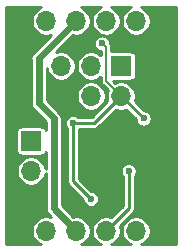
<source format=gbl>
%TF.GenerationSoftware,KiCad,Pcbnew,(5.1.5)-3*%
%TF.CreationDate,2020-03-25T18:08:17+08:00*%
%TF.ProjectId,RH2288_PWM,52483232-3838-45f5-9057-4d2e6b696361,rev?*%
%TF.SameCoordinates,Original*%
%TF.FileFunction,Copper,L2,Bot*%
%TF.FilePolarity,Positive*%
%FSLAX46Y46*%
G04 Gerber Fmt 4.6, Leading zero omitted, Abs format (unit mm)*
G04 Created by KiCad (PCBNEW (5.1.5)-3) date 2020-03-25 18:08:18*
%MOMM*%
%LPD*%
G04 APERTURE LIST*
%ADD10O,1.700000X1.700000*%
%ADD11R,1.700000X1.700000*%
%ADD12C,0.600000*%
%ADD13C,0.127000*%
%ADD14C,0.250000*%
%ADD15C,0.600000*%
%ADD16C,0.254000*%
G04 APERTURE END LIST*
D10*
X147320000Y-102870000D03*
D11*
X147320000Y-100330000D03*
D10*
X158750000Y-107950000D03*
X156210000Y-107950000D03*
X153670000Y-107950000D03*
X151130000Y-107950000D03*
X148590000Y-107950000D03*
D11*
X146050000Y-107950000D03*
D10*
X158750000Y-90170000D03*
X156210000Y-90170000D03*
X153670000Y-90170000D03*
X151130000Y-90170000D03*
X148590000Y-90170000D03*
D11*
X146050000Y-90170000D03*
D10*
X149860000Y-96520000D03*
X149860000Y-93980000D03*
X152400000Y-96520000D03*
X152400000Y-93980000D03*
X154940000Y-96520000D03*
D11*
X154940000Y-93980000D03*
D12*
X152400000Y-105253694D03*
X153340000Y-92075000D03*
X156845000Y-98425000D03*
X150876000Y-98806000D03*
X155575000Y-102870000D03*
D13*
X154940000Y-96520000D02*
X153670000Y-95250000D01*
X153670000Y-92405000D02*
X153340000Y-92075000D01*
X153670000Y-95250000D02*
X153670000Y-92405000D01*
D14*
X156845000Y-98425000D02*
X154940000Y-96520000D01*
X150876000Y-98806000D02*
X150876000Y-103729694D01*
X150876000Y-103729694D02*
X152400000Y-105253694D01*
X150876000Y-98806000D02*
X152654000Y-98806000D01*
X152654000Y-98806000D02*
X154940000Y-96520000D01*
D15*
X149225000Y-106045000D02*
X149225000Y-98425000D01*
X151130000Y-107950000D02*
X149225000Y-106045000D01*
X149225000Y-98425000D02*
X147955000Y-97155000D01*
X147955000Y-97155000D02*
X147955000Y-93345000D01*
X151130000Y-90170000D02*
X147955000Y-93345000D01*
D14*
X155575000Y-106045000D02*
X155575000Y-102870000D01*
X153670000Y-107950000D02*
X155575000Y-106045000D01*
D16*
G36*
X148006903Y-89079102D02*
G01*
X147805283Y-89213820D01*
X147633820Y-89385283D01*
X147499102Y-89586903D01*
X147406307Y-89810931D01*
X147359000Y-90048757D01*
X147359000Y-90291243D01*
X147406307Y-90529069D01*
X147499102Y-90753097D01*
X147633820Y-90954717D01*
X147805283Y-91126180D01*
X148006903Y-91260898D01*
X148230931Y-91353693D01*
X148468757Y-91401000D01*
X148711243Y-91401000D01*
X148949069Y-91353693D01*
X149007383Y-91329539D01*
X147497122Y-92839800D01*
X147471131Y-92861130D01*
X147386031Y-92964826D01*
X147376054Y-92983492D01*
X147322795Y-93083132D01*
X147283854Y-93211502D01*
X147270705Y-93345000D01*
X147274001Y-93378463D01*
X147274000Y-97121547D01*
X147270705Y-97155000D01*
X147274000Y-97188452D01*
X147283854Y-97288498D01*
X147322794Y-97416867D01*
X147386030Y-97535173D01*
X147471130Y-97638869D01*
X147497122Y-97660200D01*
X148544001Y-98707081D01*
X148544001Y-99400412D01*
X148523701Y-99333492D01*
X148488322Y-99267304D01*
X148440711Y-99209289D01*
X148382696Y-99161678D01*
X148316508Y-99126299D01*
X148244689Y-99104513D01*
X148170000Y-99097157D01*
X146470000Y-99097157D01*
X146395311Y-99104513D01*
X146323492Y-99126299D01*
X146257304Y-99161678D01*
X146199289Y-99209289D01*
X146151678Y-99267304D01*
X146116299Y-99333492D01*
X146094513Y-99405311D01*
X146087157Y-99480000D01*
X146087157Y-101180000D01*
X146094513Y-101254689D01*
X146116299Y-101326508D01*
X146151678Y-101392696D01*
X146199289Y-101450711D01*
X146257304Y-101498322D01*
X146323492Y-101533701D01*
X146395311Y-101555487D01*
X146470000Y-101562843D01*
X148170000Y-101562843D01*
X148244689Y-101555487D01*
X148316508Y-101533701D01*
X148382696Y-101498322D01*
X148440711Y-101450711D01*
X148488322Y-101392696D01*
X148523701Y-101326508D01*
X148544001Y-101259589D01*
X148544000Y-102713568D01*
X148503693Y-102510931D01*
X148410898Y-102286903D01*
X148276180Y-102085283D01*
X148104717Y-101913820D01*
X147903097Y-101779102D01*
X147679069Y-101686307D01*
X147441243Y-101639000D01*
X147198757Y-101639000D01*
X146960931Y-101686307D01*
X146736903Y-101779102D01*
X146535283Y-101913820D01*
X146363820Y-102085283D01*
X146229102Y-102286903D01*
X146136307Y-102510931D01*
X146089000Y-102748757D01*
X146089000Y-102991243D01*
X146136307Y-103229069D01*
X146229102Y-103453097D01*
X146363820Y-103654717D01*
X146535283Y-103826180D01*
X146736903Y-103960898D01*
X146960931Y-104053693D01*
X147198757Y-104101000D01*
X147441243Y-104101000D01*
X147679069Y-104053693D01*
X147903097Y-103960898D01*
X148104717Y-103826180D01*
X148276180Y-103654717D01*
X148410898Y-103453097D01*
X148503693Y-103229069D01*
X148544000Y-103026432D01*
X148544000Y-106011547D01*
X148540705Y-106045000D01*
X148544000Y-106078452D01*
X148553854Y-106178498D01*
X148592794Y-106306867D01*
X148656030Y-106425173D01*
X148741130Y-106528869D01*
X148767122Y-106550200D01*
X149007383Y-106790461D01*
X148949069Y-106766307D01*
X148711243Y-106719000D01*
X148468757Y-106719000D01*
X148230931Y-106766307D01*
X148006903Y-106859102D01*
X147805283Y-106993820D01*
X147633820Y-107165283D01*
X147499102Y-107366903D01*
X147406307Y-107590931D01*
X147359000Y-107828757D01*
X147359000Y-108071243D01*
X147406307Y-108309069D01*
X147499102Y-108533097D01*
X147633820Y-108734717D01*
X147805283Y-108906180D01*
X148006903Y-109040898D01*
X148132689Y-109093000D01*
X145227169Y-109093000D01*
X145186000Y-109051831D01*
X145186000Y-89027000D01*
X148132689Y-89027000D01*
X148006903Y-89079102D01*
G37*
X148006903Y-89079102D02*
X147805283Y-89213820D01*
X147633820Y-89385283D01*
X147499102Y-89586903D01*
X147406307Y-89810931D01*
X147359000Y-90048757D01*
X147359000Y-90291243D01*
X147406307Y-90529069D01*
X147499102Y-90753097D01*
X147633820Y-90954717D01*
X147805283Y-91126180D01*
X148006903Y-91260898D01*
X148230931Y-91353693D01*
X148468757Y-91401000D01*
X148711243Y-91401000D01*
X148949069Y-91353693D01*
X149007383Y-91329539D01*
X147497122Y-92839800D01*
X147471131Y-92861130D01*
X147386031Y-92964826D01*
X147376054Y-92983492D01*
X147322795Y-93083132D01*
X147283854Y-93211502D01*
X147270705Y-93345000D01*
X147274001Y-93378463D01*
X147274000Y-97121547D01*
X147270705Y-97155000D01*
X147274000Y-97188452D01*
X147283854Y-97288498D01*
X147322794Y-97416867D01*
X147386030Y-97535173D01*
X147471130Y-97638869D01*
X147497122Y-97660200D01*
X148544001Y-98707081D01*
X148544001Y-99400412D01*
X148523701Y-99333492D01*
X148488322Y-99267304D01*
X148440711Y-99209289D01*
X148382696Y-99161678D01*
X148316508Y-99126299D01*
X148244689Y-99104513D01*
X148170000Y-99097157D01*
X146470000Y-99097157D01*
X146395311Y-99104513D01*
X146323492Y-99126299D01*
X146257304Y-99161678D01*
X146199289Y-99209289D01*
X146151678Y-99267304D01*
X146116299Y-99333492D01*
X146094513Y-99405311D01*
X146087157Y-99480000D01*
X146087157Y-101180000D01*
X146094513Y-101254689D01*
X146116299Y-101326508D01*
X146151678Y-101392696D01*
X146199289Y-101450711D01*
X146257304Y-101498322D01*
X146323492Y-101533701D01*
X146395311Y-101555487D01*
X146470000Y-101562843D01*
X148170000Y-101562843D01*
X148244689Y-101555487D01*
X148316508Y-101533701D01*
X148382696Y-101498322D01*
X148440711Y-101450711D01*
X148488322Y-101392696D01*
X148523701Y-101326508D01*
X148544001Y-101259589D01*
X148544000Y-102713568D01*
X148503693Y-102510931D01*
X148410898Y-102286903D01*
X148276180Y-102085283D01*
X148104717Y-101913820D01*
X147903097Y-101779102D01*
X147679069Y-101686307D01*
X147441243Y-101639000D01*
X147198757Y-101639000D01*
X146960931Y-101686307D01*
X146736903Y-101779102D01*
X146535283Y-101913820D01*
X146363820Y-102085283D01*
X146229102Y-102286903D01*
X146136307Y-102510931D01*
X146089000Y-102748757D01*
X146089000Y-102991243D01*
X146136307Y-103229069D01*
X146229102Y-103453097D01*
X146363820Y-103654717D01*
X146535283Y-103826180D01*
X146736903Y-103960898D01*
X146960931Y-104053693D01*
X147198757Y-104101000D01*
X147441243Y-104101000D01*
X147679069Y-104053693D01*
X147903097Y-103960898D01*
X148104717Y-103826180D01*
X148276180Y-103654717D01*
X148410898Y-103453097D01*
X148503693Y-103229069D01*
X148544000Y-103026432D01*
X148544000Y-106011547D01*
X148540705Y-106045000D01*
X148544000Y-106078452D01*
X148553854Y-106178498D01*
X148592794Y-106306867D01*
X148656030Y-106425173D01*
X148741130Y-106528869D01*
X148767122Y-106550200D01*
X149007383Y-106790461D01*
X148949069Y-106766307D01*
X148711243Y-106719000D01*
X148468757Y-106719000D01*
X148230931Y-106766307D01*
X148006903Y-106859102D01*
X147805283Y-106993820D01*
X147633820Y-107165283D01*
X147499102Y-107366903D01*
X147406307Y-107590931D01*
X147359000Y-107828757D01*
X147359000Y-108071243D01*
X147406307Y-108309069D01*
X147499102Y-108533097D01*
X147633820Y-108734717D01*
X147805283Y-108906180D01*
X148006903Y-109040898D01*
X148132689Y-109093000D01*
X145227169Y-109093000D01*
X145186000Y-109051831D01*
X145186000Y-89027000D01*
X148132689Y-89027000D01*
X148006903Y-89079102D01*
G36*
X153086903Y-89079102D02*
G01*
X152885283Y-89213820D01*
X152713820Y-89385283D01*
X152579102Y-89586903D01*
X152486307Y-89810931D01*
X152439000Y-90048757D01*
X152439000Y-90291243D01*
X152486307Y-90529069D01*
X152579102Y-90753097D01*
X152713820Y-90954717D01*
X152885283Y-91126180D01*
X153086903Y-91260898D01*
X153310931Y-91353693D01*
X153548757Y-91401000D01*
X153791243Y-91401000D01*
X154029069Y-91353693D01*
X154253097Y-91260898D01*
X154454717Y-91126180D01*
X154626180Y-90954717D01*
X154760898Y-90753097D01*
X154853693Y-90529069D01*
X154901000Y-90291243D01*
X154901000Y-90048757D01*
X154853693Y-89810931D01*
X154760898Y-89586903D01*
X154626180Y-89385283D01*
X154454717Y-89213820D01*
X154253097Y-89079102D01*
X154127311Y-89027000D01*
X155752689Y-89027000D01*
X155626903Y-89079102D01*
X155425283Y-89213820D01*
X155253820Y-89385283D01*
X155119102Y-89586903D01*
X155026307Y-89810931D01*
X154979000Y-90048757D01*
X154979000Y-90291243D01*
X155026307Y-90529069D01*
X155119102Y-90753097D01*
X155253820Y-90954717D01*
X155425283Y-91126180D01*
X155626903Y-91260898D01*
X155850931Y-91353693D01*
X156088757Y-91401000D01*
X156331243Y-91401000D01*
X156569069Y-91353693D01*
X156793097Y-91260898D01*
X156994717Y-91126180D01*
X157166180Y-90954717D01*
X157300898Y-90753097D01*
X157393693Y-90529069D01*
X157441000Y-90291243D01*
X157441000Y-90048757D01*
X157393693Y-89810931D01*
X157300898Y-89586903D01*
X157166180Y-89385283D01*
X156994717Y-89213820D01*
X156793097Y-89079102D01*
X156667311Y-89027000D01*
X159614000Y-89027000D01*
X159614001Y-109051828D01*
X159572829Y-109093000D01*
X156667311Y-109093000D01*
X156793097Y-109040898D01*
X156994717Y-108906180D01*
X157166180Y-108734717D01*
X157300898Y-108533097D01*
X157393693Y-108309069D01*
X157441000Y-108071243D01*
X157441000Y-107828757D01*
X157393693Y-107590931D01*
X157300898Y-107366903D01*
X157166180Y-107165283D01*
X156994717Y-106993820D01*
X156793097Y-106859102D01*
X156569069Y-106766307D01*
X156331243Y-106719000D01*
X156088757Y-106719000D01*
X155850931Y-106766307D01*
X155626903Y-106859102D01*
X155425283Y-106993820D01*
X155253820Y-107165283D01*
X155119102Y-107366903D01*
X155026307Y-107590931D01*
X154979000Y-107828757D01*
X154979000Y-108071243D01*
X155026307Y-108309069D01*
X155119102Y-108533097D01*
X155253820Y-108734717D01*
X155425283Y-108906180D01*
X155626903Y-109040898D01*
X155752689Y-109093000D01*
X154127311Y-109093000D01*
X154253097Y-109040898D01*
X154454717Y-108906180D01*
X154626180Y-108734717D01*
X154760898Y-108533097D01*
X154853693Y-108309069D01*
X154901000Y-108071243D01*
X154901000Y-107828757D01*
X154853693Y-107590931D01*
X154821758Y-107513833D01*
X155915220Y-106420372D01*
X155934527Y-106404527D01*
X155997759Y-106327479D01*
X156044745Y-106239575D01*
X156073678Y-106144193D01*
X156081000Y-106069854D01*
X156081000Y-106069853D01*
X156083448Y-106045000D01*
X156081000Y-106020146D01*
X156081000Y-103327079D01*
X156103967Y-103304112D01*
X156178494Y-103192574D01*
X156229829Y-103068640D01*
X156256000Y-102937073D01*
X156256000Y-102802927D01*
X156229829Y-102671360D01*
X156178494Y-102547426D01*
X156103967Y-102435888D01*
X156009112Y-102341033D01*
X155897574Y-102266506D01*
X155773640Y-102215171D01*
X155642073Y-102189000D01*
X155507927Y-102189000D01*
X155376360Y-102215171D01*
X155252426Y-102266506D01*
X155140888Y-102341033D01*
X155046033Y-102435888D01*
X154971506Y-102547426D01*
X154920171Y-102671360D01*
X154894000Y-102802927D01*
X154894000Y-102937073D01*
X154920171Y-103068640D01*
X154971506Y-103192574D01*
X155046033Y-103304112D01*
X155069001Y-103327080D01*
X155069000Y-105835408D01*
X154106167Y-106798242D01*
X154029069Y-106766307D01*
X153791243Y-106719000D01*
X153548757Y-106719000D01*
X153310931Y-106766307D01*
X153086903Y-106859102D01*
X152885283Y-106993820D01*
X152713820Y-107165283D01*
X152579102Y-107366903D01*
X152486307Y-107590931D01*
X152439000Y-107828757D01*
X152439000Y-108071243D01*
X152486307Y-108309069D01*
X152579102Y-108533097D01*
X152713820Y-108734717D01*
X152885283Y-108906180D01*
X153086903Y-109040898D01*
X153212689Y-109093000D01*
X151587311Y-109093000D01*
X151713097Y-109040898D01*
X151914717Y-108906180D01*
X152086180Y-108734717D01*
X152220898Y-108533097D01*
X152313693Y-108309069D01*
X152361000Y-108071243D01*
X152361000Y-107828757D01*
X152313693Y-107590931D01*
X152220898Y-107366903D01*
X152086180Y-107165283D01*
X151914717Y-106993820D01*
X151713097Y-106859102D01*
X151489069Y-106766307D01*
X151251243Y-106719000D01*
X151008757Y-106719000D01*
X150886414Y-106743336D01*
X149906000Y-105762922D01*
X149906000Y-98738927D01*
X150195000Y-98738927D01*
X150195000Y-98873073D01*
X150221171Y-99004640D01*
X150272506Y-99128574D01*
X150347033Y-99240112D01*
X150370000Y-99263079D01*
X150370001Y-103704838D01*
X150367553Y-103729694D01*
X150377322Y-103828886D01*
X150406255Y-103924268D01*
X150406256Y-103924269D01*
X150453242Y-104012173D01*
X150516474Y-104089221D01*
X150535780Y-104105066D01*
X151719000Y-105288286D01*
X151719000Y-105320767D01*
X151745171Y-105452334D01*
X151796506Y-105576268D01*
X151871033Y-105687806D01*
X151965888Y-105782661D01*
X152077426Y-105857188D01*
X152201360Y-105908523D01*
X152332927Y-105934694D01*
X152467073Y-105934694D01*
X152598640Y-105908523D01*
X152722574Y-105857188D01*
X152834112Y-105782661D01*
X152928967Y-105687806D01*
X153003494Y-105576268D01*
X153054829Y-105452334D01*
X153081000Y-105320767D01*
X153081000Y-105186621D01*
X153054829Y-105055054D01*
X153003494Y-104931120D01*
X152928967Y-104819582D01*
X152834112Y-104724727D01*
X152722574Y-104650200D01*
X152598640Y-104598865D01*
X152467073Y-104572694D01*
X152434592Y-104572694D01*
X151382000Y-103520103D01*
X151382000Y-99312000D01*
X152629154Y-99312000D01*
X152654000Y-99314447D01*
X152678846Y-99312000D01*
X152678854Y-99312000D01*
X152753193Y-99304678D01*
X152848575Y-99275745D01*
X152936479Y-99228759D01*
X153013527Y-99165527D01*
X153029376Y-99146215D01*
X154503833Y-97671758D01*
X154580931Y-97703693D01*
X154818757Y-97751000D01*
X155061243Y-97751000D01*
X155299069Y-97703693D01*
X155376167Y-97671758D01*
X156164000Y-98459592D01*
X156164000Y-98492073D01*
X156190171Y-98623640D01*
X156241506Y-98747574D01*
X156316033Y-98859112D01*
X156410888Y-98953967D01*
X156522426Y-99028494D01*
X156646360Y-99079829D01*
X156777927Y-99106000D01*
X156912073Y-99106000D01*
X157043640Y-99079829D01*
X157167574Y-99028494D01*
X157279112Y-98953967D01*
X157373967Y-98859112D01*
X157448494Y-98747574D01*
X157499829Y-98623640D01*
X157526000Y-98492073D01*
X157526000Y-98357927D01*
X157499829Y-98226360D01*
X157448494Y-98102426D01*
X157373967Y-97990888D01*
X157279112Y-97896033D01*
X157167574Y-97821506D01*
X157043640Y-97770171D01*
X156912073Y-97744000D01*
X156879592Y-97744000D01*
X156091758Y-96956167D01*
X156123693Y-96879069D01*
X156171000Y-96641243D01*
X156171000Y-96398757D01*
X156123693Y-96160931D01*
X156030898Y-95936903D01*
X155896180Y-95735283D01*
X155724717Y-95563820D01*
X155523097Y-95429102D01*
X155299069Y-95336307D01*
X155061243Y-95289000D01*
X154818757Y-95289000D01*
X154580931Y-95336307D01*
X154442333Y-95393716D01*
X154261460Y-95212843D01*
X155790000Y-95212843D01*
X155864689Y-95205487D01*
X155936508Y-95183701D01*
X156002696Y-95148322D01*
X156060711Y-95100711D01*
X156108322Y-95042696D01*
X156143701Y-94976508D01*
X156165487Y-94904689D01*
X156172843Y-94830000D01*
X156172843Y-93130000D01*
X156165487Y-93055311D01*
X156143701Y-92983492D01*
X156108322Y-92917304D01*
X156060711Y-92859289D01*
X156002696Y-92811678D01*
X155936508Y-92776299D01*
X155864689Y-92754513D01*
X155790000Y-92747157D01*
X154114500Y-92747157D01*
X154114500Y-92426819D01*
X154116649Y-92404999D01*
X154114500Y-92383179D01*
X154114500Y-92383170D01*
X154108068Y-92317863D01*
X154082651Y-92234074D01*
X154041376Y-92156855D01*
X154041375Y-92156853D01*
X154021000Y-92132026D01*
X154021000Y-92007927D01*
X153994829Y-91876360D01*
X153943494Y-91752426D01*
X153868967Y-91640888D01*
X153774112Y-91546033D01*
X153662574Y-91471506D01*
X153538640Y-91420171D01*
X153407073Y-91394000D01*
X153272927Y-91394000D01*
X153141360Y-91420171D01*
X153017426Y-91471506D01*
X152905888Y-91546033D01*
X152811033Y-91640888D01*
X152736506Y-91752426D01*
X152685171Y-91876360D01*
X152659000Y-92007927D01*
X152659000Y-92142073D01*
X152685171Y-92273640D01*
X152736506Y-92397574D01*
X152811033Y-92509112D01*
X152905888Y-92603967D01*
X153017426Y-92678494D01*
X153141360Y-92729829D01*
X153225501Y-92746566D01*
X153225501Y-93064604D01*
X153184717Y-93023820D01*
X152983097Y-92889102D01*
X152759069Y-92796307D01*
X152521243Y-92749000D01*
X152278757Y-92749000D01*
X152040931Y-92796307D01*
X151816903Y-92889102D01*
X151615283Y-93023820D01*
X151443820Y-93195283D01*
X151309102Y-93396903D01*
X151216307Y-93620931D01*
X151169000Y-93858757D01*
X151169000Y-94101243D01*
X151216307Y-94339069D01*
X151309102Y-94563097D01*
X151443820Y-94764717D01*
X151615283Y-94936180D01*
X151816903Y-95070898D01*
X152040931Y-95163693D01*
X152278757Y-95211000D01*
X152521243Y-95211000D01*
X152759069Y-95163693D01*
X152983097Y-95070898D01*
X153184717Y-94936180D01*
X153225500Y-94895397D01*
X153225500Y-95228180D01*
X153223351Y-95250000D01*
X153225500Y-95271820D01*
X153225500Y-95271829D01*
X153231932Y-95337136D01*
X153257349Y-95420925D01*
X153298624Y-95498145D01*
X153336185Y-95543913D01*
X153354171Y-95565829D01*
X153371130Y-95579747D01*
X153813716Y-96022333D01*
X153756307Y-96160931D01*
X153709000Y-96398757D01*
X153709000Y-96641243D01*
X153756307Y-96879069D01*
X153788242Y-96956167D01*
X152444409Y-98300000D01*
X151333079Y-98300000D01*
X151310112Y-98277033D01*
X151198574Y-98202506D01*
X151074640Y-98151171D01*
X150943073Y-98125000D01*
X150808927Y-98125000D01*
X150677360Y-98151171D01*
X150553426Y-98202506D01*
X150441888Y-98277033D01*
X150347033Y-98371888D01*
X150272506Y-98483426D01*
X150221171Y-98607360D01*
X150195000Y-98738927D01*
X149906000Y-98738927D01*
X149906000Y-98458452D01*
X149909295Y-98424999D01*
X149896146Y-98291500D01*
X149876386Y-98226360D01*
X149857206Y-98163132D01*
X149793970Y-98044826D01*
X149708870Y-97941130D01*
X149682884Y-97919804D01*
X148636000Y-96872922D01*
X148636000Y-96398757D01*
X151169000Y-96398757D01*
X151169000Y-96641243D01*
X151216307Y-96879069D01*
X151309102Y-97103097D01*
X151443820Y-97304717D01*
X151615283Y-97476180D01*
X151816903Y-97610898D01*
X152040931Y-97703693D01*
X152278757Y-97751000D01*
X152521243Y-97751000D01*
X152759069Y-97703693D01*
X152983097Y-97610898D01*
X153184717Y-97476180D01*
X153356180Y-97304717D01*
X153490898Y-97103097D01*
X153583693Y-96879069D01*
X153631000Y-96641243D01*
X153631000Y-96398757D01*
X153583693Y-96160931D01*
X153490898Y-95936903D01*
X153356180Y-95735283D01*
X153184717Y-95563820D01*
X152983097Y-95429102D01*
X152759069Y-95336307D01*
X152521243Y-95289000D01*
X152278757Y-95289000D01*
X152040931Y-95336307D01*
X151816903Y-95429102D01*
X151615283Y-95563820D01*
X151443820Y-95735283D01*
X151309102Y-95936903D01*
X151216307Y-96160931D01*
X151169000Y-96398757D01*
X148636000Y-96398757D01*
X148636000Y-94136434D01*
X148676307Y-94339069D01*
X148769102Y-94563097D01*
X148903820Y-94764717D01*
X149075283Y-94936180D01*
X149276903Y-95070898D01*
X149500931Y-95163693D01*
X149738757Y-95211000D01*
X149981243Y-95211000D01*
X150219069Y-95163693D01*
X150443097Y-95070898D01*
X150644717Y-94936180D01*
X150816180Y-94764717D01*
X150950898Y-94563097D01*
X151043693Y-94339069D01*
X151091000Y-94101243D01*
X151091000Y-93858757D01*
X151043693Y-93620931D01*
X150950898Y-93396903D01*
X150816180Y-93195283D01*
X150644717Y-93023820D01*
X150443097Y-92889102D01*
X150219069Y-92796307D01*
X149981243Y-92749000D01*
X149738757Y-92749000D01*
X149500931Y-92796307D01*
X149442617Y-92820461D01*
X150886414Y-91376664D01*
X151008757Y-91401000D01*
X151251243Y-91401000D01*
X151489069Y-91353693D01*
X151713097Y-91260898D01*
X151914717Y-91126180D01*
X152086180Y-90954717D01*
X152220898Y-90753097D01*
X152313693Y-90529069D01*
X152361000Y-90291243D01*
X152361000Y-90048757D01*
X152313693Y-89810931D01*
X152220898Y-89586903D01*
X152086180Y-89385283D01*
X151914717Y-89213820D01*
X151713097Y-89079102D01*
X151587311Y-89027000D01*
X153212689Y-89027000D01*
X153086903Y-89079102D01*
G37*
X153086903Y-89079102D02*
X152885283Y-89213820D01*
X152713820Y-89385283D01*
X152579102Y-89586903D01*
X152486307Y-89810931D01*
X152439000Y-90048757D01*
X152439000Y-90291243D01*
X152486307Y-90529069D01*
X152579102Y-90753097D01*
X152713820Y-90954717D01*
X152885283Y-91126180D01*
X153086903Y-91260898D01*
X153310931Y-91353693D01*
X153548757Y-91401000D01*
X153791243Y-91401000D01*
X154029069Y-91353693D01*
X154253097Y-91260898D01*
X154454717Y-91126180D01*
X154626180Y-90954717D01*
X154760898Y-90753097D01*
X154853693Y-90529069D01*
X154901000Y-90291243D01*
X154901000Y-90048757D01*
X154853693Y-89810931D01*
X154760898Y-89586903D01*
X154626180Y-89385283D01*
X154454717Y-89213820D01*
X154253097Y-89079102D01*
X154127311Y-89027000D01*
X155752689Y-89027000D01*
X155626903Y-89079102D01*
X155425283Y-89213820D01*
X155253820Y-89385283D01*
X155119102Y-89586903D01*
X155026307Y-89810931D01*
X154979000Y-90048757D01*
X154979000Y-90291243D01*
X155026307Y-90529069D01*
X155119102Y-90753097D01*
X155253820Y-90954717D01*
X155425283Y-91126180D01*
X155626903Y-91260898D01*
X155850931Y-91353693D01*
X156088757Y-91401000D01*
X156331243Y-91401000D01*
X156569069Y-91353693D01*
X156793097Y-91260898D01*
X156994717Y-91126180D01*
X157166180Y-90954717D01*
X157300898Y-90753097D01*
X157393693Y-90529069D01*
X157441000Y-90291243D01*
X157441000Y-90048757D01*
X157393693Y-89810931D01*
X157300898Y-89586903D01*
X157166180Y-89385283D01*
X156994717Y-89213820D01*
X156793097Y-89079102D01*
X156667311Y-89027000D01*
X159614000Y-89027000D01*
X159614001Y-109051828D01*
X159572829Y-109093000D01*
X156667311Y-109093000D01*
X156793097Y-109040898D01*
X156994717Y-108906180D01*
X157166180Y-108734717D01*
X157300898Y-108533097D01*
X157393693Y-108309069D01*
X157441000Y-108071243D01*
X157441000Y-107828757D01*
X157393693Y-107590931D01*
X157300898Y-107366903D01*
X157166180Y-107165283D01*
X156994717Y-106993820D01*
X156793097Y-106859102D01*
X156569069Y-106766307D01*
X156331243Y-106719000D01*
X156088757Y-106719000D01*
X155850931Y-106766307D01*
X155626903Y-106859102D01*
X155425283Y-106993820D01*
X155253820Y-107165283D01*
X155119102Y-107366903D01*
X155026307Y-107590931D01*
X154979000Y-107828757D01*
X154979000Y-108071243D01*
X155026307Y-108309069D01*
X155119102Y-108533097D01*
X155253820Y-108734717D01*
X155425283Y-108906180D01*
X155626903Y-109040898D01*
X155752689Y-109093000D01*
X154127311Y-109093000D01*
X154253097Y-109040898D01*
X154454717Y-108906180D01*
X154626180Y-108734717D01*
X154760898Y-108533097D01*
X154853693Y-108309069D01*
X154901000Y-108071243D01*
X154901000Y-107828757D01*
X154853693Y-107590931D01*
X154821758Y-107513833D01*
X155915220Y-106420372D01*
X155934527Y-106404527D01*
X155997759Y-106327479D01*
X156044745Y-106239575D01*
X156073678Y-106144193D01*
X156081000Y-106069854D01*
X156081000Y-106069853D01*
X156083448Y-106045000D01*
X156081000Y-106020146D01*
X156081000Y-103327079D01*
X156103967Y-103304112D01*
X156178494Y-103192574D01*
X156229829Y-103068640D01*
X156256000Y-102937073D01*
X156256000Y-102802927D01*
X156229829Y-102671360D01*
X156178494Y-102547426D01*
X156103967Y-102435888D01*
X156009112Y-102341033D01*
X155897574Y-102266506D01*
X155773640Y-102215171D01*
X155642073Y-102189000D01*
X155507927Y-102189000D01*
X155376360Y-102215171D01*
X155252426Y-102266506D01*
X155140888Y-102341033D01*
X155046033Y-102435888D01*
X154971506Y-102547426D01*
X154920171Y-102671360D01*
X154894000Y-102802927D01*
X154894000Y-102937073D01*
X154920171Y-103068640D01*
X154971506Y-103192574D01*
X155046033Y-103304112D01*
X155069001Y-103327080D01*
X155069000Y-105835408D01*
X154106167Y-106798242D01*
X154029069Y-106766307D01*
X153791243Y-106719000D01*
X153548757Y-106719000D01*
X153310931Y-106766307D01*
X153086903Y-106859102D01*
X152885283Y-106993820D01*
X152713820Y-107165283D01*
X152579102Y-107366903D01*
X152486307Y-107590931D01*
X152439000Y-107828757D01*
X152439000Y-108071243D01*
X152486307Y-108309069D01*
X152579102Y-108533097D01*
X152713820Y-108734717D01*
X152885283Y-108906180D01*
X153086903Y-109040898D01*
X153212689Y-109093000D01*
X151587311Y-109093000D01*
X151713097Y-109040898D01*
X151914717Y-108906180D01*
X152086180Y-108734717D01*
X152220898Y-108533097D01*
X152313693Y-108309069D01*
X152361000Y-108071243D01*
X152361000Y-107828757D01*
X152313693Y-107590931D01*
X152220898Y-107366903D01*
X152086180Y-107165283D01*
X151914717Y-106993820D01*
X151713097Y-106859102D01*
X151489069Y-106766307D01*
X151251243Y-106719000D01*
X151008757Y-106719000D01*
X150886414Y-106743336D01*
X149906000Y-105762922D01*
X149906000Y-98738927D01*
X150195000Y-98738927D01*
X150195000Y-98873073D01*
X150221171Y-99004640D01*
X150272506Y-99128574D01*
X150347033Y-99240112D01*
X150370000Y-99263079D01*
X150370001Y-103704838D01*
X150367553Y-103729694D01*
X150377322Y-103828886D01*
X150406255Y-103924268D01*
X150406256Y-103924269D01*
X150453242Y-104012173D01*
X150516474Y-104089221D01*
X150535780Y-104105066D01*
X151719000Y-105288286D01*
X151719000Y-105320767D01*
X151745171Y-105452334D01*
X151796506Y-105576268D01*
X151871033Y-105687806D01*
X151965888Y-105782661D01*
X152077426Y-105857188D01*
X152201360Y-105908523D01*
X152332927Y-105934694D01*
X152467073Y-105934694D01*
X152598640Y-105908523D01*
X152722574Y-105857188D01*
X152834112Y-105782661D01*
X152928967Y-105687806D01*
X153003494Y-105576268D01*
X153054829Y-105452334D01*
X153081000Y-105320767D01*
X153081000Y-105186621D01*
X153054829Y-105055054D01*
X153003494Y-104931120D01*
X152928967Y-104819582D01*
X152834112Y-104724727D01*
X152722574Y-104650200D01*
X152598640Y-104598865D01*
X152467073Y-104572694D01*
X152434592Y-104572694D01*
X151382000Y-103520103D01*
X151382000Y-99312000D01*
X152629154Y-99312000D01*
X152654000Y-99314447D01*
X152678846Y-99312000D01*
X152678854Y-99312000D01*
X152753193Y-99304678D01*
X152848575Y-99275745D01*
X152936479Y-99228759D01*
X153013527Y-99165527D01*
X153029376Y-99146215D01*
X154503833Y-97671758D01*
X154580931Y-97703693D01*
X154818757Y-97751000D01*
X155061243Y-97751000D01*
X155299069Y-97703693D01*
X155376167Y-97671758D01*
X156164000Y-98459592D01*
X156164000Y-98492073D01*
X156190171Y-98623640D01*
X156241506Y-98747574D01*
X156316033Y-98859112D01*
X156410888Y-98953967D01*
X156522426Y-99028494D01*
X156646360Y-99079829D01*
X156777927Y-99106000D01*
X156912073Y-99106000D01*
X157043640Y-99079829D01*
X157167574Y-99028494D01*
X157279112Y-98953967D01*
X157373967Y-98859112D01*
X157448494Y-98747574D01*
X157499829Y-98623640D01*
X157526000Y-98492073D01*
X157526000Y-98357927D01*
X157499829Y-98226360D01*
X157448494Y-98102426D01*
X157373967Y-97990888D01*
X157279112Y-97896033D01*
X157167574Y-97821506D01*
X157043640Y-97770171D01*
X156912073Y-97744000D01*
X156879592Y-97744000D01*
X156091758Y-96956167D01*
X156123693Y-96879069D01*
X156171000Y-96641243D01*
X156171000Y-96398757D01*
X156123693Y-96160931D01*
X156030898Y-95936903D01*
X155896180Y-95735283D01*
X155724717Y-95563820D01*
X155523097Y-95429102D01*
X155299069Y-95336307D01*
X155061243Y-95289000D01*
X154818757Y-95289000D01*
X154580931Y-95336307D01*
X154442333Y-95393716D01*
X154261460Y-95212843D01*
X155790000Y-95212843D01*
X155864689Y-95205487D01*
X155936508Y-95183701D01*
X156002696Y-95148322D01*
X156060711Y-95100711D01*
X156108322Y-95042696D01*
X156143701Y-94976508D01*
X156165487Y-94904689D01*
X156172843Y-94830000D01*
X156172843Y-93130000D01*
X156165487Y-93055311D01*
X156143701Y-92983492D01*
X156108322Y-92917304D01*
X156060711Y-92859289D01*
X156002696Y-92811678D01*
X155936508Y-92776299D01*
X155864689Y-92754513D01*
X155790000Y-92747157D01*
X154114500Y-92747157D01*
X154114500Y-92426819D01*
X154116649Y-92404999D01*
X154114500Y-92383179D01*
X154114500Y-92383170D01*
X154108068Y-92317863D01*
X154082651Y-92234074D01*
X154041376Y-92156855D01*
X154041375Y-92156853D01*
X154021000Y-92132026D01*
X154021000Y-92007927D01*
X153994829Y-91876360D01*
X153943494Y-91752426D01*
X153868967Y-91640888D01*
X153774112Y-91546033D01*
X153662574Y-91471506D01*
X153538640Y-91420171D01*
X153407073Y-91394000D01*
X153272927Y-91394000D01*
X153141360Y-91420171D01*
X153017426Y-91471506D01*
X152905888Y-91546033D01*
X152811033Y-91640888D01*
X152736506Y-91752426D01*
X152685171Y-91876360D01*
X152659000Y-92007927D01*
X152659000Y-92142073D01*
X152685171Y-92273640D01*
X152736506Y-92397574D01*
X152811033Y-92509112D01*
X152905888Y-92603967D01*
X153017426Y-92678494D01*
X153141360Y-92729829D01*
X153225501Y-92746566D01*
X153225501Y-93064604D01*
X153184717Y-93023820D01*
X152983097Y-92889102D01*
X152759069Y-92796307D01*
X152521243Y-92749000D01*
X152278757Y-92749000D01*
X152040931Y-92796307D01*
X151816903Y-92889102D01*
X151615283Y-93023820D01*
X151443820Y-93195283D01*
X151309102Y-93396903D01*
X151216307Y-93620931D01*
X151169000Y-93858757D01*
X151169000Y-94101243D01*
X151216307Y-94339069D01*
X151309102Y-94563097D01*
X151443820Y-94764717D01*
X151615283Y-94936180D01*
X151816903Y-95070898D01*
X152040931Y-95163693D01*
X152278757Y-95211000D01*
X152521243Y-95211000D01*
X152759069Y-95163693D01*
X152983097Y-95070898D01*
X153184717Y-94936180D01*
X153225500Y-94895397D01*
X153225500Y-95228180D01*
X153223351Y-95250000D01*
X153225500Y-95271820D01*
X153225500Y-95271829D01*
X153231932Y-95337136D01*
X153257349Y-95420925D01*
X153298624Y-95498145D01*
X153336185Y-95543913D01*
X153354171Y-95565829D01*
X153371130Y-95579747D01*
X153813716Y-96022333D01*
X153756307Y-96160931D01*
X153709000Y-96398757D01*
X153709000Y-96641243D01*
X153756307Y-96879069D01*
X153788242Y-96956167D01*
X152444409Y-98300000D01*
X151333079Y-98300000D01*
X151310112Y-98277033D01*
X151198574Y-98202506D01*
X151074640Y-98151171D01*
X150943073Y-98125000D01*
X150808927Y-98125000D01*
X150677360Y-98151171D01*
X150553426Y-98202506D01*
X150441888Y-98277033D01*
X150347033Y-98371888D01*
X150272506Y-98483426D01*
X150221171Y-98607360D01*
X150195000Y-98738927D01*
X149906000Y-98738927D01*
X149906000Y-98458452D01*
X149909295Y-98424999D01*
X149896146Y-98291500D01*
X149876386Y-98226360D01*
X149857206Y-98163132D01*
X149793970Y-98044826D01*
X149708870Y-97941130D01*
X149682884Y-97919804D01*
X148636000Y-96872922D01*
X148636000Y-96398757D01*
X151169000Y-96398757D01*
X151169000Y-96641243D01*
X151216307Y-96879069D01*
X151309102Y-97103097D01*
X151443820Y-97304717D01*
X151615283Y-97476180D01*
X151816903Y-97610898D01*
X152040931Y-97703693D01*
X152278757Y-97751000D01*
X152521243Y-97751000D01*
X152759069Y-97703693D01*
X152983097Y-97610898D01*
X153184717Y-97476180D01*
X153356180Y-97304717D01*
X153490898Y-97103097D01*
X153583693Y-96879069D01*
X153631000Y-96641243D01*
X153631000Y-96398757D01*
X153583693Y-96160931D01*
X153490898Y-95936903D01*
X153356180Y-95735283D01*
X153184717Y-95563820D01*
X152983097Y-95429102D01*
X152759069Y-95336307D01*
X152521243Y-95289000D01*
X152278757Y-95289000D01*
X152040931Y-95336307D01*
X151816903Y-95429102D01*
X151615283Y-95563820D01*
X151443820Y-95735283D01*
X151309102Y-95936903D01*
X151216307Y-96160931D01*
X151169000Y-96398757D01*
X148636000Y-96398757D01*
X148636000Y-94136434D01*
X148676307Y-94339069D01*
X148769102Y-94563097D01*
X148903820Y-94764717D01*
X149075283Y-94936180D01*
X149276903Y-95070898D01*
X149500931Y-95163693D01*
X149738757Y-95211000D01*
X149981243Y-95211000D01*
X150219069Y-95163693D01*
X150443097Y-95070898D01*
X150644717Y-94936180D01*
X150816180Y-94764717D01*
X150950898Y-94563097D01*
X151043693Y-94339069D01*
X151091000Y-94101243D01*
X151091000Y-93858757D01*
X151043693Y-93620931D01*
X150950898Y-93396903D01*
X150816180Y-93195283D01*
X150644717Y-93023820D01*
X150443097Y-92889102D01*
X150219069Y-92796307D01*
X149981243Y-92749000D01*
X149738757Y-92749000D01*
X149500931Y-92796307D01*
X149442617Y-92820461D01*
X150886414Y-91376664D01*
X151008757Y-91401000D01*
X151251243Y-91401000D01*
X151489069Y-91353693D01*
X151713097Y-91260898D01*
X151914717Y-91126180D01*
X152086180Y-90954717D01*
X152220898Y-90753097D01*
X152313693Y-90529069D01*
X152361000Y-90291243D01*
X152361000Y-90048757D01*
X152313693Y-89810931D01*
X152220898Y-89586903D01*
X152086180Y-89385283D01*
X151914717Y-89213820D01*
X151713097Y-89079102D01*
X151587311Y-89027000D01*
X153212689Y-89027000D01*
X153086903Y-89079102D01*
M02*

</source>
